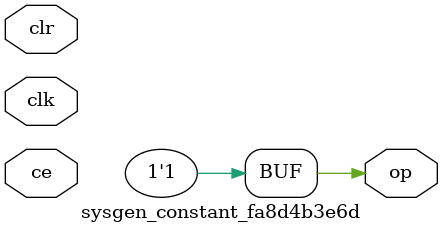
<source format=v>
module sysgen_constant_fa8d4b3e6d (
  output [(1 - 1):0] op,
  input clk,
  input ce,
  input clr);
  assign op = 1'b1;
endmodule
</source>
